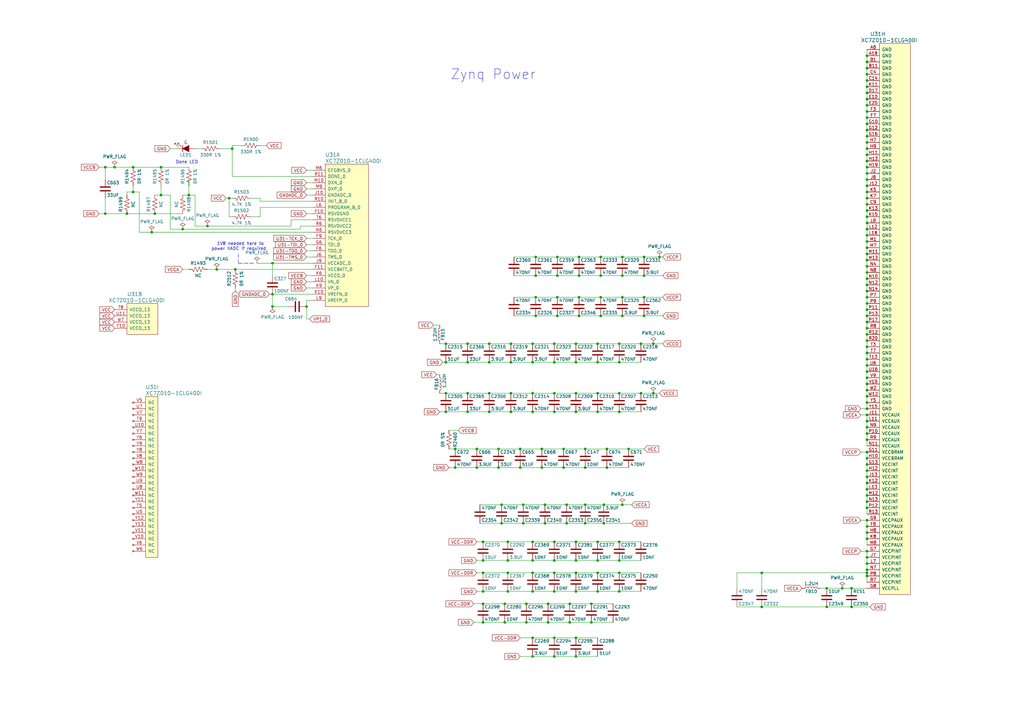
<source format=kicad_sch>
(kicad_sch (version 20230121) (generator eeschema)
  (paper "A3")
  (title_block (title "EBAZ4205 Schematic rebuild.") (date "2021-02-15") (rev "V004") (comment 1 "Some schematic symbols have been eeditted to clear DRC errors") (comment 2 "Extra PWR_FLAGS have been added to clear DRC errors") (comment 3 "Kicad does not allow refs like RxxxA some some devices have been renumbered"))
  (junction (at 355.6 187.96) (diameter 0.9144))
  (junction (at 255.27 129.54) (diameter 0.9144))
  (junction (at 54.61 68.58) (diameter 0.9144))
  (junction (at 355.6 127) (diameter 0.9144))
  (junction (at 245.11 148.59) (diameter 0.9144))
  (junction (at 218.44 242.57) (diameter 0.9144))
  (junction (at 355.6 43.18) (diameter 0.9144))
  (junction (at 219.71 121.92) (diameter 0.9144))
  (junction (at 208.28 222.25) (diameter 0.9144))
  (junction (at 195.58 191.77) (diameter 0.9144))
  (junction (at 209.55 140.97) (diameter 0.9144))
  (junction (at 208.28 229.87) (diameter 0.9144))
  (junction (at 355.6 83.82) (diameter 0.9144))
  (junction (at 355.6 50.8) (diameter 0.9144))
  (junction (at 355.6 142.24) (diameter 0.9144))
  (junction (at 355.6 114.3) (diameter 0.9144))
  (junction (at 355.6 53.34) (diameter 0.9144))
  (junction (at 54.61 78.74) (diameter 0.9144))
  (junction (at 111.76 107.95) (diameter 0.9144))
  (junction (at 248.92 191.77) (diameter 0.9144))
  (junction (at 355.6 68.58) (diameter 0.9144))
  (junction (at 264.16 105.41) (diameter 0.9144))
  (junction (at 264.16 121.92) (diameter 0.9144))
  (junction (at 355.6 119.38) (diameter 0.9144))
  (junction (at 227.33 140.97) (diameter 0.9144))
  (junction (at 198.12 255.27) (diameter 0.9144))
  (junction (at 355.6 226.06) (diameter 0.9144))
  (junction (at 254 229.87) (diameter 0.9144))
  (junction (at 236.22 269.24) (diameter 0.9144))
  (junction (at 355.6 55.88) (diameter 0.9144))
  (junction (at 74.93 93.98) (diameter 0.9144))
  (junction (at 355.6 33.02) (diameter 0.9144))
  (junction (at 182.88 148.59) (diameter 0.9144))
  (junction (at 182.88 140.97) (diameter 0.9144))
  (junction (at 355.6 180.34) (diameter 0.9144))
  (junction (at 198.12 222.25) (diameter 0.9144))
  (junction (at 223.52 214.63) (diameter 0.9144))
  (junction (at 355.6 160.02) (diameter 0.9144))
  (junction (at 236.22 148.59) (diameter 0.9144))
  (junction (at 231.14 191.77) (diameter 0.9144))
  (junction (at 245.11 242.57) (diameter 0.9144))
  (junction (at 267.97 161.29) (diameter 0.9144))
  (junction (at 355.6 48.26) (diameter 0.9144))
  (junction (at 355.6 66.04) (diameter 0.9144))
  (junction (at 355.6 157.48) (diameter 0.9144))
  (junction (at 66.04 80.01) (diameter 0.9144))
  (junction (at 355.6 129.54) (diameter 0.9144))
  (junction (at 218.44 161.29) (diameter 0.9144))
  (junction (at 237.49 113.03) (diameter 0.9144))
  (junction (at 355.6 116.84) (diameter 0.9144))
  (junction (at 219.71 129.54) (diameter 0.9144))
  (junction (at 236.22 161.29) (diameter 0.9144))
  (junction (at 205.74 207.01) (diameter 0.9144))
  (junction (at 66.04 68.58) (diameter 0.9144))
  (junction (at 245.11 229.87) (diameter 0.9144))
  (junction (at 222.25 184.15) (diameter 0.9144))
  (junction (at 355.6 111.76) (diameter 0.9144))
  (junction (at 355.6 30.48) (diameter 0.9144))
  (junction (at 111.76 125.73) (diameter 0.9144))
  (junction (at 209.55 168.91) (diameter 0.9144))
  (junction (at 355.6 45.72) (diameter 0.9144))
  (junction (at 240.03 207.01) (diameter 0.9144))
  (junction (at 237.49 105.41) (diameter 0.9144))
  (junction (at 246.38 105.41) (diameter 0.9144))
  (junction (at 213.36 191.77) (diameter 0.9144))
  (junction (at 246.38 129.54) (diameter 0.9144))
  (junction (at 355.6 35.56) (diameter 0.9144))
  (junction (at 355.6 175.26) (diameter 0.9144))
  (junction (at 186.69 191.77) (diameter 0.9144))
  (junction (at 236.22 168.91) (diameter 0.9144))
  (junction (at 255.27 113.03) (diameter 0.9144))
  (junction (at 245.11 140.97) (diameter 0.9144))
  (junction (at 200.66 161.29) (diameter 0.9144))
  (junction (at 200.66 168.91) (diameter 0.9144))
  (junction (at 254 161.29) (diameter 0.9144))
  (junction (at 215.9 247.65) (diameter 0.9144))
  (junction (at 207.01 255.27) (diameter 0.9144))
  (junction (at 198.12 234.95) (diameter 0.9144))
  (junction (at 88.9 110.49) (diameter 0.9144))
  (junction (at 355.6 177.8) (diameter 0.9144))
  (junction (at 236.22 261.62) (diameter 0.9144))
  (junction (at 355.6 144.78) (diameter 0.9144))
  (junction (at 205.74 214.63) (diameter 0.9144))
  (junction (at 240.03 214.63) (diameter 0.9144))
  (junction (at 46.99 68.58) (diameter 0.9144))
  (junction (at 262.89 161.29) (diameter 0.9144))
  (junction (at 254 242.57) (diameter 0.9144))
  (junction (at 355.6 96.52) (diameter 0.9144))
  (junction (at 236.22 242.57) (diameter 0.9144))
  (junction (at 355.6 73.66) (diameter 0.9144))
  (junction (at 355.6 25.4) (diameter 0.9144))
  (junction (at 355.6 172.72) (diameter 0.9144))
  (junction (at 218.44 222.25) (diameter 0.9144))
  (junction (at 355.6 149.86) (diameter 0.9144))
  (junction (at 312.42 234.95) (diameter 0.9144))
  (junction (at 355.6 38.1) (diameter 0.9144))
  (junction (at 224.79 255.27) (diameter 0.9144))
  (junction (at 245.11 161.29) (diameter 0.9144))
  (junction (at 355.6 147.32) (diameter 0.9144))
  (junction (at 198.12 242.57) (diameter 0.9144))
  (junction (at 355.6 139.7) (diameter 0.9144))
  (junction (at 237.49 129.54) (diameter 0.9144))
  (junction (at 264.16 129.54) (diameter 0.9144))
  (junction (at 198.12 247.65) (diameter 0.9144))
  (junction (at 218.44 140.97) (diameter 0.9144))
  (junction (at 213.36 184.15) (diameter 0.9144))
  (junction (at 236.22 222.25) (diameter 0.9144))
  (junction (at 43.18 68.58) (diameter 0.9144))
  (junction (at 191.77 140.97) (diameter 0.9144))
  (junction (at 355.6 91.44) (diameter 0.9144))
  (junction (at 355.6 40.64) (diameter 0.9144))
  (junction (at 191.77 168.91) (diameter 0.9144))
  (junction (at 236.22 140.97) (diameter 0.9144))
  (junction (at 312.42 248.92) (diameter 0.9144))
  (junction (at 355.6 167.64) (diameter 0.9144))
  (junction (at 227.33 234.95) (diameter 0.9144))
  (junction (at 223.52 207.01) (diameter 0.9144))
  (junction (at 355.6 215.9) (diameter 0.9144))
  (junction (at 77.47 80.01) (diameter 0.9144))
  (junction (at 270.51 105.41) (diameter 0.9144))
  (junction (at 191.77 148.59) (diameter 0.9144))
  (junction (at 209.55 148.59) (diameter 0.9144))
  (junction (at 218.44 168.91) (diameter 0.9144))
  (junction (at 355.6 198.12) (diameter 0.9144))
  (junction (at 215.9 255.27) (diameter 0.9144))
  (junction (at 233.68 247.65) (diameter 0.9144))
  (junction (at 355.6 137.16) (diameter 0.9144))
  (junction (at 264.16 113.03) (diameter 0.9144))
  (junction (at 355.6 109.22) (diameter 0.9144))
  (junction (at 242.57 247.65) (diameter 0.9144))
  (junction (at 254 222.25) (diameter 0.9144))
  (junction (at 339.09 248.92) (diameter 0.9144))
  (junction (at 255.27 207.01) (diameter 0.9144))
  (junction (at 355.6 78.74) (diameter 0.9144))
  (junction (at 209.55 161.29) (diameter 0.9144))
  (junction (at 355.6 27.94) (diameter 0.9144))
  (junction (at 198.12 229.87) (diameter 0.9144))
  (junction (at 247.65 214.63) (diameter 0.9144))
  (junction (at 236.22 234.95) (diameter 0.9144))
  (junction (at 355.6 170.18) (diameter 0.9144))
  (junction (at 262.89 140.97) (diameter 0.9144))
  (junction (at 355.6 165.1) (diameter 0.9144))
  (junction (at 222.25 191.77) (diameter 0.9144))
  (junction (at 245.11 234.95) (diameter 0.9144))
  (junction (at 355.6 99.06) (diameter 0.9144))
  (junction (at 355.6 60.96) (diameter 0.9144))
  (junction (at 218.44 234.95) (diameter 0.9144))
  (junction (at 233.68 255.27) (diameter 0.9144))
  (junction (at 355.6 88.9) (diameter 0.9144))
  (junction (at 227.33 222.25) (diameter 0.9144))
  (junction (at 200.66 148.59) (diameter 0.9144))
  (junction (at 245.11 168.91) (diameter 0.9144))
  (junction (at 254 148.59) (diameter 0.9144))
  (junction (at 207.01 247.65) (diameter 0.9144))
  (junction (at 355.6 93.98) (diameter 0.9144))
  (junction (at 63.5 87.63) (diameter 0.9144))
  (junction (at 227.33 261.62) (diameter 0.9144))
  (junction (at 355.6 121.92) (diameter 0.9144))
  (junction (at 218.44 261.62) (diameter 0.9144))
  (junction (at 208.28 234.95) (diameter 0.9144))
  (junction (at 355.6 193.04) (diameter 0.9144))
  (junction (at 200.66 140.97) (diameter 0.9144))
  (junction (at 227.33 242.57) (diameter 0.9144))
  (junction (at 355.6 162.56) (diameter 0.9144))
  (junction (at 93.98 81.28) (diameter 0.9144))
  (junction (at 247.65 207.01) (diameter 0.9144))
  (junction (at 255.27 121.92) (diameter 0.9144))
  (junction (at 232.41 214.63) (diameter 0.9144))
  (junction (at 255.27 105.41) (diameter 0.9144))
  (junction (at 355.6 203.2) (diameter 0.9144))
  (junction (at 228.6 129.54) (diameter 0.9144))
  (junction (at 111.76 120.65) (diameter 0.9144))
  (junction (at 355.6 231.14) (diameter 0.9144))
  (junction (at 204.47 184.15) (diameter 0.9144))
  (junction (at 242.57 255.27) (diameter 0.9144))
  (junction (at 218.44 229.87) (diameter 0.9144))
  (junction (at 349.25 248.92) (diameter 0.9144))
  (junction (at 355.6 234.95) (diameter 0.9144))
  (junction (at 186.69 184.15) (diameter 0.9144))
  (junction (at 228.6 121.92) (diameter 0.9144))
  (junction (at 85.09 92.71) (diameter 0.9144))
  (junction (at 355.6 208.28) (diameter 0.9144))
  (junction (at 43.18 87.63) (diameter 0.9144))
  (junction (at 355.6 22.86) (diameter 0.9144))
  (junction (at 254 234.95) (diameter 0.9144))
  (junction (at 267.97 140.97) (diameter 0.9144))
  (junction (at 355.6 190.5) (diameter 0.9144))
  (junction (at 355.6 124.46) (diameter 0.9144))
  (junction (at 355.6 63.5) (diameter 0.9144))
  (junction (at 240.03 184.15) (diameter 0.9144))
  (junction (at 355.6 101.6) (diameter 0.9144))
  (junction (at 52.07 87.63) (diameter 0.9144))
  (junction (at 246.38 113.03) (diameter 0.9144))
  (junction (at 246.38 121.92) (diameter 0.9144))
  (junction (at 355.6 86.36) (diameter 0.9144))
  (junction (at 254 140.97) (diameter 0.9144))
  (junction (at 232.41 207.01) (diameter 0.9144))
  (junction (at 355.6 185.42) (diameter 0.9144))
  (junction (at 355.6 233.68) (diameter 0.9144))
  (junction (at 355.6 218.44) (diameter 0.9144))
  (junction (at 257.81 184.15) (diameter 0.9144))
  (junction (at 125.73 125.73) (diameter 0.9144))
  (junction (at 219.71 105.41) (diameter 0.9144))
  (junction (at 62.23 95.25) (diameter 0.9144))
  (junction (at 355.6 152.4) (diameter 0.9144))
  (junction (at 254 168.91) (diameter 0.9144))
  (junction (at 182.88 161.29) (diameter 0.9144))
  (junction (at 355.6 220.98) (diameter 0.9144))
  (junction (at 245.11 222.25) (diameter 0.9144))
  (junction (at 355.6 104.14) (diameter 0.9144))
  (junction (at 224.79 247.65) (diameter 0.9144))
  (junction (at 355.6 205.74) (diameter 0.9144))
  (junction (at 191.77 161.29) (diameter 0.9144))
  (junction (at 248.92 184.15) (diameter 0.9144))
  (junction (at 355.6 200.66) (diameter 0.9144))
  (junction (at 218.44 269.24) (diameter 0.9144))
  (junction (at 228.6 113.03) (diameter 0.9144))
  (junction (at 355.6 132.08) (diameter 0.9144))
  (junction (at 345.44 241.3) (diameter 0.9144))
  (junction (at 182.88 168.91) (diameter 0.9144))
  (junction (at 236.22 229.87) (diameter 0.9144))
  (junction (at 96.52 110.49) (diameter 0.9144))
  (junction (at 355.6 213.36) (diameter 0.9144))
  (junction (at 214.63 214.63) (diameter 0.9144))
  (junction (at 227.33 161.29) (diameter 0.9144))
  (junction (at 228.6 105.41) (diameter 0.9144))
  (junction (at 227.33 168.91) (diameter 0.9144))
  (junction (at 355.6 154.94) (diameter 0.9144))
  (junction (at 355.6 76.2) (diameter 0.9144))
  (junction (at 355.6 106.68) (diameter 0.9144))
  (junction (at 208.28 242.57) (diameter 0.9144))
  (junction (at 204.47 191.77) (diameter 0.9144))
  (junction (at 355.6 236.22) (diameter 0.9144))
  (junction (at 195.58 184.15) (diameter 0.9144))
  (junction (at 218.44 148.59) (diameter 0.9144))
  (junction (at 214.63 207.01) (diameter 0.9144))
  (junction (at 227.33 229.87) (diameter 0.9144))
  (junction (at 237.49 121.92) (diameter 0.9144))
  (junction (at 339.09 241.3) (diameter 0.9144))
  (junction (at 355.6 195.58) (diameter 0.9144))
  (junction (at 349.25 241.3) (diameter 0.9144))
  (junction (at 355.6 71.12) (diameter 0.9144))
  (junction (at 95.25 60.96) (diameter 0.9144))
  (junction (at 240.03 191.77) (diameter 0.9144))
  (junction (at 355.6 81.28) (diameter 0.9144))
  (junction (at 227.33 269.24) (diameter 0.9144))
  (junction (at 355.6 58.42) (diameter 0.9144))
  (junction (at 227.33 148.59) (diameter 0.9144))
  (junction (at 355.6 134.62) (diameter 0.9144))
  (junction (at 355.6 228.6) (diameter 0.9144))
  (junction (at 219.71 113.03) (diameter 0.9144))
  (junction (at 231.14 184.15) (diameter 0.9144))
  (wire (pts (xy 184.15 191.77) (xy 186.69 191.77)))
  (wire (pts (xy 254 140.97) (xy 245.11 140.97)))
  (wire (pts (xy 95.25 59.69) (xy 95.25 60.96)))
  (wire (pts (xy 181.61 148.59) (xy 182.88 148.59)))
  (wire (pts (xy 355.6 177.8) (xy 355.6 180.34)))
  (wire (pts (xy 237.49 105.41) (xy 228.6 105.41)))
  (wire (pts (xy 246.38 129.54) (xy 237.49 129.54)))
  (wire (pts (xy 222.25 191.77) (xy 213.36 191.77)))
  (wire (pts (xy 355.6 50.8) (xy 355.6 53.34)))
  (wire (pts (xy 247.65 207.01) (xy 255.27 207.01)))
  (wire (pts (xy 355.6 48.26) (xy 355.6 45.72)))
  (wire (pts (xy 355.6 236.22) (xy 355.6 238.76)))
  (wire (pts (xy 80.01 60.96) (xy 82.55 60.96)))
  (wire (pts (xy 246.38 113.03) (xy 237.49 113.03)))
  (wire (pts (xy 92.71 81.28) (xy 93.98 81.28)))
  (wire (pts (xy 95.25 72.39) (xy 128.27 72.39)))
  (wire (pts (xy 227.33 242.57) (xy 218.44 242.57)))
  (wire (pts (xy 213.36 269.24) (xy 218.44 269.24)))
  (wire (pts (xy 233.68 247.65) (xy 224.79 247.65)))
  (wire (pts (xy 228.6 129.54) (xy 219.71 129.54)))
  (wire (pts (xy 224.79 255.27) (xy 215.9 255.27)))
  (wire (pts (xy 228.6 129.54) (xy 237.49 129.54)))
  (wire (pts (xy 93.98 81.28) (xy 95.25 81.28)))
  (wire (pts (xy 95.25 59.69) (xy 99.06 59.69)))
  (wire (pts (xy 233.68 255.27) (xy 224.79 255.27)))
  (wire (pts (xy 210.82 113.03) (xy 219.71 113.03)))
  (wire (pts (xy 355.6 187.96) (xy 355.6 185.42)))
  (wire (pts (xy 63.5 80.01) (xy 66.04 80.01)))
  (wire (pts (xy 125.73 102.87) (xy 128.27 102.87)))
  (wire (pts (xy 127 130.81) (xy 125.73 130.81)))
  (wire (pts (xy 355.6 160.02) (xy 355.6 162.56)))
  (wire (pts (xy 90.17 60.96) (xy 95.25 60.96)))
  (wire (pts (xy 102.87 81.28) (xy 106.68 81.28)))
  (wire (pts (xy 123.19 92.71) (xy 128.27 92.71)))
  (wire (pts (xy 209.55 148.59) (xy 200.66 148.59)))
  (wire (pts (xy 125.73 69.85) (xy 128.27 69.85)))
  (wire (pts (xy 111.76 125.73) (xy 118.11 125.73)))
  (wire (pts (xy 355.6 187.96) (xy 355.6 190.5)))
  (wire (pts (xy 198.12 255.27) (xy 207.01 255.27)))
  (wire (pts (xy 96.52 110.49) (xy 88.9 110.49)))
  (wire (pts (xy 355.6 40.64) (xy 355.6 43.18)))
  (wire (pts (xy 355.6 157.48) (xy 355.6 160.02)))
  (wire (pts (xy 355.6 152.4) (xy 355.6 154.94)))
  (wire (pts (xy 228.6 105.41) (xy 219.71 105.41)))
  (wire (pts (xy 355.6 215.9) (xy 355.6 213.36)))
  (wire (pts (xy 254 242.57) (xy 245.11 242.57)))
  (wire (pts (xy 227.33 234.95) (xy 218.44 234.95)))
  (wire (pts (xy 180.34 140.97) (xy 182.88 140.97)))
  (wire (pts (xy 123.19 93.98) (xy 74.93 93.98)))
  (wire (pts (xy 355.6 73.66) (xy 355.6 76.2)))
  (wire (pts (xy 57.15 95.25) (xy 62.23 95.25)))
  (wire (pts (xy 355.6 165.1) (xy 355.6 167.64)))
  (wire (pts (xy 245.11 229.87) (xy 236.22 229.87)))
  (wire (pts (xy 255.27 121.92) (xy 246.38 121.92)))
  (wire (pts (xy 353.06 167.64) (xy 355.6 167.64)))
  (wire (pts (xy 355.6 53.34) (xy 355.6 55.88)))
  (wire (pts (xy 215.9 247.65) (xy 207.01 247.65)))
  (wire (pts (xy 196.85 214.63) (xy 205.74 214.63)))
  (wire (pts (xy 77.47 80.01) (xy 77.47 73.66)))
  (wire (pts (xy 355.6 116.84) (xy 355.6 119.38)))
  (wire (pts (xy 355.6 172.72) (xy 355.6 170.18)))
  (wire (pts (xy 69.85 93.98) (xy 69.85 80.01)))
  (wire (pts (xy 262.89 161.29) (xy 254 161.29)))
  (wire (pts (xy 237.49 113.03) (xy 228.6 113.03)))
  (wire (pts (xy 355.6 121.92) (xy 355.6 124.46)))
  (wire (pts (xy 125.73 80.01) (xy 128.27 80.01)))
  (wire (pts (xy 195.58 184.15) (xy 204.47 184.15)))
  (wire (pts (xy 355.6 78.74) (xy 355.6 81.28)))
  (wire (pts (xy 355.6 208.28) (xy 355.6 210.82)))
  (wire (pts (xy 245.11 234.95) (xy 236.22 234.95)))
  (wire (pts (xy 218.44 229.87) (xy 208.28 229.87)))
  (wire (pts (xy 254 168.91) (xy 262.89 168.91)))
  (wire (pts (xy 205.74 214.63) (xy 214.63 214.63)))
  (wire (pts (xy 245.11 222.25) (xy 236.22 222.25)))
  (wire (pts (xy 214.63 207.01) (xy 205.74 207.01)))
  (wire (pts (xy 248.92 184.15) (xy 240.03 184.15)))
  (wire (pts (xy 200.66 140.97) (xy 191.77 140.97)))
  (wire (pts (xy 227.33 161.29) (xy 218.44 161.29)))
  (wire (pts (xy 255.27 105.41) (xy 246.38 105.41)))
  (wire (pts (xy 264.16 121.92) (xy 255.27 121.92)))
  (wire (pts (xy 355.6 132.08) (xy 355.6 134.62)))
  (wire (pts (xy 106.68 85.09) (xy 128.27 85.09)))
  (wire (pts (xy 355.6 127) (xy 355.6 129.54)))
  (wire (pts (xy 110.49 120.65) (xy 111.76 120.65)))
  (wire (pts (xy 231.14 184.15) (xy 222.25 184.15)))
  (wire (pts (xy 254 234.95) (xy 245.11 234.95)))
  (wire (pts (xy 257.81 184.15) (xy 264.16 184.15)))
  (wire (pts (xy 236.22 261.62) (xy 227.33 261.62)))
  (wire (pts (xy 246.38 105.41) (xy 237.49 105.41)))
  (wire (pts (xy 355.6 106.68) (xy 355.6 109.22)))
  (wire (pts (xy 106.68 59.69) (xy 109.22 59.69)))
  (wire (pts (xy 339.09 248.92) (xy 349.25 248.92)))
  (wire (pts (xy 228.6 121.92) (xy 219.71 121.92)))
  (wire (pts (xy 227.33 168.91) (xy 236.22 168.91)))
  (wire (pts (xy 355.6 124.46) (xy 355.6 127)))
  (wire (pts (xy 180.34 161.29) (xy 182.88 161.29)))
  (wire (pts (xy 204.47 191.77) (xy 213.36 191.77)))
  (wire (pts (xy 247.65 207.01) (xy 240.03 207.01)))
  (wire (pts (xy 222.25 184.15) (xy 213.36 184.15)))
  (wire (pts (xy 254 222.25) (xy 262.89 222.25)))
  (wire (pts (xy 93.98 81.28) (xy 93.98 88.9)))
  (wire (pts (xy 227.33 168.91) (xy 218.44 168.91)))
  (wire (pts (xy 355.6 203.2) (xy 355.6 205.74)))
  (wire (pts (xy 264.16 113.03) (xy 255.27 113.03)))
  (wire (pts (xy 232.41 207.01) (xy 223.52 207.01)))
  (wire (pts (xy 267.97 161.29) (xy 270.51 161.29)))
  (wire (pts (xy 63.5 87.63) (xy 52.07 87.63)))
  (wire (pts (xy 209.55 168.91) (xy 200.66 168.91)))
  (wire (pts (xy 242.57 255.27) (xy 233.68 255.27)))
  (wire (pts (xy 227.33 261.62) (xy 218.44 261.62)))
  (wire (pts (xy 227.33 148.59) (xy 236.22 148.59)))
  (wire (pts (xy 355.6 198.12) (xy 355.6 200.66)))
  (wire (pts (xy 77.47 80.01) (xy 74.96 80.01)))
  (wire (pts (xy 355.6 218.44) (xy 355.6 220.98)))
  (wire (pts (xy 231.14 191.77) (xy 222.25 191.77)))
  (wire (pts (xy 74.93 93.98) (xy 69.85 93.98)))
  (wire (pts (xy 355.6 101.6) (xy 355.6 104.14)))
  (wire (pts (xy 52.07 78.74) (xy 52.07 80.01)))
  (wire (pts (xy 194.31 247.65) (xy 198.12 247.65)))
  (wire (pts (xy 248.92 184.15) (xy 257.81 184.15)))
  (wire (pts (xy 182.88 168.91) (xy 191.77 168.91)))
  (wire (pts (xy 54.61 68.58) (xy 66.04 68.58)))
  (wire (pts (xy 254 148.59) (xy 262.89 148.59)))
  (wire (pts (xy 208.28 242.57) (xy 198.12 242.57)))
  (wire (pts (xy 355.6 35.56) (xy 355.6 38.1)))
  (wire (pts (xy 355.6 134.62) (xy 355.6 137.16)))
  (wire (pts (xy 242.57 247.65) (xy 233.68 247.65)))
  (wire (pts (xy 218.44 161.29) (xy 209.55 161.29)))
  (wire (pts (xy 236.22 229.87) (xy 227.33 229.87)))
  (wire (pts (xy 355.6 104.14) (xy 355.6 106.68)))
  (wire (pts (xy 191.77 140.97) (xy 182.88 140.97)))
  (wire (pts (xy 355.6 234.95) (xy 355.6 236.22)))
  (wire (pts (xy 80.01 80.01) (xy 77.47 80.01)))
  (wire (pts (xy 236.22 242.57) (xy 245.11 242.57)))
  (wire (pts (xy 218.44 269.24) (xy 227.33 269.24)))
  (wire (pts (xy 200.66 148.59) (xy 191.77 148.59)))
  (wire (pts (xy 223.52 214.63) (xy 232.41 214.63)))
  (wire (pts (xy 248.92 191.77) (xy 240.03 191.77)))
  (wire (pts (xy 236.22 261.62) (xy 245.11 261.62)))
  (wire (pts (xy 123.19 92.71) (xy 123.19 93.98)))
  (wire (pts (xy 302.26 234.95) (xy 312.42 234.95)))
  (wire (pts (xy 355.6 190.5) (xy 355.6 193.04)))
  (wire (pts (xy 218.44 222.25) (xy 208.28 222.25)))
  (wire (pts (xy 69.85 60.96) (xy 72.39 60.96)))
  (wire (pts (xy 125.73 125.73) (xy 125.73 130.81)))
  (wire (pts (xy 237.49 121.92) (xy 228.6 121.92)))
  (wire (pts (xy 195.58 191.77) (xy 204.47 191.77)))
  (wire (pts (xy 63.5 87.63) (xy 74.96 87.63)))
  (wire (pts (xy 182.88 148.59) (xy 191.77 148.59)))
  (wire (pts (xy 248.92 191.77) (xy 257.81 191.77)))
  (wire (pts (xy 254 229.87) (xy 262.89 229.87)))
  (wire (pts (xy 195.58 234.95) (xy 198.12 234.95)))
  (wire (pts (xy 336.55 241.3) (xy 339.09 241.3)))
  (wire (pts (xy 355.6 205.74) (xy 355.6 208.28)))
  (wire (pts (xy 355.6 154.94) (xy 355.6 157.48)))
  (wire (pts (xy 355.6 93.98) (xy 355.6 96.52)))
  (wire (pts (xy 355.6 172.72) (xy 355.6 175.26)))
  (wire (pts (xy 215.9 255.27) (xy 207.01 255.27)))
  (wire (pts (xy 355.6 233.68) (xy 355.6 234.95)))
  (wire (pts (xy 125.73 113.03) (xy 128.27 113.03)))
  (wire (pts (xy 191.77 161.29) (xy 182.88 161.29)))
  (wire (pts (xy 355.6 215.9) (xy 355.6 218.44)))
  (wire (pts (xy 355.6 220.98) (xy 355.6 223.52)))
  (wire (pts (xy 223.52 207.01) (xy 214.63 207.01)))
  (wire (pts (xy 106.68 85.09) (xy 106.68 88.9)))
  (wire (pts (xy 119.38 92.71) (xy 85.09 92.71)))
  (wire (pts (xy 218.44 168.91) (xy 209.55 168.91)))
  (wire (pts (xy 96.52 110.49) (xy 128.27 110.49)))
  (wire (pts (xy 40.64 87.63) (xy 43.18 87.63)))
  (wire (pts (xy 355.6 129.54) (xy 355.6 132.08)))
  (wire (pts (xy 355.6 144.78) (xy 355.6 147.32)))
  (wire (pts (xy 227.33 222.25) (xy 218.44 222.25)))
  (wire (pts (xy 125.73 77.47) (xy 128.27 77.47)))
  (wire (pts (xy 195.58 242.57) (xy 198.12 242.57)))
  (wire (pts (xy 236.22 168.91) (xy 245.11 168.91)))
  (wire (pts (xy 227.33 140.97) (xy 236.22 140.97)))
  (wire (pts (xy 242.57 255.27) (xy 251.46 255.27)))
  (wire (pts (xy 125.73 123.19) (xy 128.27 123.19)))
  (wire (pts (xy 353.06 170.18) (xy 355.6 170.18)))
  (wire (pts (xy 339.09 248.92) (xy 312.42 248.92)))
  (wire (pts (xy 242.57 247.65) (xy 251.46 247.65)))
  (wire (pts (xy 245.11 168.91) (xy 254 168.91)))
  (wire (pts (xy 210.82 121.92) (xy 219.71 121.92)))
  (polyline (pts (xy 97.79 104.14) (xy 97.79 107.95)) (stroke (width 0) (type dash)))
  (polyline (pts (xy 97.79 107.95) (xy 104.14 107.95)) (stroke (width 0) (type dash)))
  (wire (pts (xy 254 234.95) (xy 262.89 234.95)))
  (wire (pts (xy 355.6 48.26) (xy 355.6 50.8)))
  (wire (pts (xy 125.73 100.33) (xy 128.27 100.33)))
  (wire (pts (xy 247.65 214.63) (xy 240.03 214.63)))
  (wire (pts (xy 95.25 60.96) (xy 95.25 72.39)))
  (wire (pts (xy 218.44 229.87) (xy 227.33 229.87)))
  (wire (pts (xy 353.06 226.06) (xy 355.6 226.06)))
  (wire (pts (xy 355.6 162.56) (xy 355.6 165.1)))
  (wire (pts (xy 247.65 214.63) (xy 259.08 214.63)))
  (wire (pts (xy 355.6 68.58) (xy 355.6 66.04)))
  (wire (pts (xy 66.04 76.2) (xy 66.04 80.01)))
  (wire (pts (xy 74.93 110.49) (xy 77.47 110.49)))
  (wire (pts (xy 43.18 81.28) (xy 43.18 87.63)))
  (wire (pts (xy 184.15 184.15) (xy 186.69 184.15)))
  (wire (pts (xy 231.14 184.15) (xy 240.03 184.15)))
  (wire (pts (xy 355.6 119.38) (xy 355.6 121.92)))
  (wire (pts (xy 106.68 82.55) (xy 106.68 81.28)))
  (wire (pts (xy 312.42 234.95) (xy 355.6 234.95)))
  (wire (pts (xy 355.6 73.66) (xy 355.6 71.12)))
  (wire (pts (xy 85.09 92.71) (xy 80.01 92.71)))
  (wire (pts (xy 54.61 76.2) (xy 54.61 78.74)))
  (wire (pts (xy 355.6 228.6) (xy 355.6 231.14)))
  (wire (pts (xy 254 222.25) (xy 245.11 222.25)))
  (wire (pts (xy 355.6 147.32) (xy 355.6 149.86)))
  (wire (pts (xy 125.73 87.63) (xy 128.27 87.63)))
  (wire (pts (xy 264.16 105.41) (xy 270.51 105.41)))
  (wire (pts (xy 204.47 184.15) (xy 213.36 184.15)))
  (wire (pts (xy 355.6 99.06) (xy 355.6 101.6)))
  (wire (pts (xy 254 148.59) (xy 245.11 148.59)))
  (wire (pts (xy 54.61 78.74) (xy 57.15 78.74)))
  (wire (pts (xy 200.66 140.97) (xy 209.55 140.97)))
  (wire (pts (xy 264.16 121.92) (xy 271.78 121.92)))
  (wire (pts (xy 125.73 105.41) (xy 128.27 105.41)))
  (wire (pts (xy 264.16 113.03) (xy 271.78 113.03)))
  (wire (pts (xy 349.25 241.3) (xy 355.6 241.3)))
  (wire (pts (xy 355.6 20.32) (xy 355.6 22.86)))
  (wire (pts (xy 93.98 88.9) (xy 95.25 88.9)))
  (wire (pts (xy 195.58 222.25) (xy 198.12 222.25)))
  (wire (pts (xy 245.11 161.29) (xy 236.22 161.29)))
  (wire (pts (xy 355.6 137.16) (xy 355.6 139.7)))
  (wire (pts (xy 355.6 66.04) (xy 355.6 63.5)))
  (wire (pts (xy 355.6 55.88) (xy 355.6 58.42)))
  (wire (pts (xy 223.52 214.63) (xy 214.63 214.63)))
  (wire (pts (xy 355.6 111.76) (xy 355.6 114.3)))
  (wire (pts (xy 254 242.57) (xy 262.89 242.57)))
  (wire (pts (xy 77.47 73.66) (xy 77.5 76.2)))
  (wire (pts (xy 355.6 195.58) (xy 355.6 198.12)))
  (wire (pts (xy 125.73 97.79) (xy 128.27 97.79)))
  (wire (pts (xy 355.6 88.9) (xy 355.6 91.44)))
  (wire (pts (xy 207.01 247.65) (xy 198.12 247.65)))
  (wire (pts (xy 106.68 82.55) (xy 128.27 82.55)))
  (wire (pts (xy 236.22 140.97) (xy 245.11 140.97)))
  (wire (pts (xy 196.85 207.01) (xy 205.74 207.01)))
  (wire (pts (xy 240.03 207.01) (xy 232.41 207.01)))
  (wire (pts (xy 227.33 269.24) (xy 236.22 269.24)))
  (wire (pts (xy 218.44 140.97) (xy 209.55 140.97)))
  (wire (pts (xy 227.33 140.97) (xy 218.44 140.97)))
  (wire (pts (xy 236.22 234.95) (xy 227.33 234.95)))
  (wire (pts (xy 353.06 185.42) (xy 355.6 185.42)))
  (wire (pts (xy 355.6 139.7) (xy 355.6 142.24)))
  (wire (pts (xy 355.6 114.3) (xy 355.6 116.84)))
  (wire (pts (xy 125.73 115.57) (xy 128.27 115.57)))
  (wire (pts (xy 349.25 248.92) (xy 356.87 248.92)))
  (wire (pts (xy 125.73 74.93) (xy 128.27 74.93)))
  (wire (pts (xy 228.6 113.03) (xy 219.71 113.03)))
  (wire (pts (xy 191.77 168.91) (xy 200.66 168.91)))
  (wire (pts (xy 240.03 191.77) (xy 231.14 191.77)))
  (wire (pts (xy 245.11 229.87) (xy 254 229.87)))
  (wire (pts (xy 355.6 193.04) (xy 355.6 195.58)))
  (wire (pts (xy 213.36 261.62) (xy 218.44 261.62)))
  (wire (pts (xy 353.06 213.36) (xy 355.6 213.36)))
  (wire (pts (xy 187.96 176.53) (xy 184.15 176.53)))
  (wire (pts (xy 210.82 105.41) (xy 219.71 105.41)))
  (wire (pts (xy 180.34 168.91) (xy 182.88 168.91)))
  (wire (pts (xy 208.28 229.87) (xy 198.12 229.87)))
  (wire (pts (xy 224.79 247.65) (xy 215.9 247.65)))
  (wire (pts (xy 43.18 68.58) (xy 43.18 73.66)))
  (wire (pts (xy 355.6 86.36) (xy 355.6 88.9)))
  (wire (pts (xy 355.6 76.2) (xy 355.6 78.74)))
  (wire (pts (xy 355.6 96.52) (xy 355.6 99.06)))
  (wire (pts (xy 355.6 231.14) (xy 355.6 233.68)))
  (wire (pts (xy 194.31 255.27) (xy 198.12 255.27)))
  (wire (pts (xy 355.6 228.6) (xy 355.6 226.06)))
  (wire (pts (xy 355.6 43.18) (xy 355.6 45.72)))
  (wire (pts (xy 210.82 129.54) (xy 219.71 129.54)))
  (wire (pts (xy 236.22 161.29) (xy 227.33 161.29)))
  (wire (pts (xy 111.76 113.03) (xy 111.76 107.95)))
  (wire (pts (xy 208.28 222.25) (xy 198.12 222.25)))
  (wire (pts (xy 262.89 140.97) (xy 254 140.97)))
  (wire (pts (xy 40.64 68.58) (xy 43.18 68.58)))
  (wire (pts (xy 96.52 118.11) (xy 96.52 119.38)))
  (wire (pts (xy 208.28 242.57) (xy 218.44 242.57)))
  (wire (pts (xy 355.6 27.94) (xy 355.6 25.4)))
  (wire (pts (xy 43.18 87.63) (xy 52.07 87.63)))
  (wire (pts (xy 355.6 81.28) (xy 355.6 83.82)))
  (wire (pts (xy 177.8 133.35) (xy 180.34 133.35)))
  (wire (pts (xy 355.6 25.4) (xy 355.6 22.86)))
  (wire (pts (xy 255.27 207.01) (xy 259.08 207.01)))
  (wire (pts (xy 302.26 241.3) (xy 302.26 234.95)))
  (wire (pts (xy 186.69 184.15) (xy 195.58 184.15)))
  (wire (pts (xy 236.22 269.24) (xy 245.11 269.24)))
  (wire (pts (xy 270.51 105.41) (xy 271.78 105.41)))
  (wire (pts (xy 355.6 83.82) (xy 355.6 86.36)))
  (wire (pts (xy 125.73 123.19) (xy 125.73 125.73)))
  (wire (pts (xy 195.58 191.77) (xy 186.69 191.77)))
  (wire (pts (xy 200.66 161.29) (xy 191.77 161.29)))
  (wire (pts (xy 218.44 148.59) (xy 209.55 148.59)))
  (wire (pts (xy 105.41 107.95) (xy 111.76 107.95)))
  (wire (pts (xy 302.26 248.92) (xy 312.42 248.92)))
  (wire (pts (xy 111.76 125.73) (xy 111.76 120.65)))
  (wire (pts (xy 262.89 140.97) (xy 267.97 140.97)))
  (wire (pts (xy 355.6 68.58) (xy 355.6 71.12)))
  (wire (pts (xy 236.22 148.59) (xy 245.11 148.59)))
  (wire (pts (xy 179.07 153.67) (xy 180.34 153.67)))
  (wire (pts (xy 119.38 90.17) (xy 128.27 90.17)))
  (wire (pts (xy 43.18 68.58) (xy 46.99 68.58)))
  (wire (pts (xy 52.07 78.74) (xy 54.61 78.74)))
  (wire (pts (xy 119.38 90.17) (xy 119.38 92.71)))
  (wire (pts (xy 218.44 234.95) (xy 208.28 234.95)))
  (wire (pts (xy 353.06 213.98) (xy 353.06 213.36)))
  (wire (pts (xy 355.6 200.66) (xy 355.6 203.2)))
  (wire (pts (xy 264.16 129.54) (xy 271.78 129.54)))
  (wire (pts (xy 345.44 241.3) (xy 339.09 241.3)))
  (wire (pts (xy 355.6 60.96) (xy 355.6 58.42)))
  (wire (pts (xy 355.6 109.22) (xy 355.6 111.76)))
  (wire (pts (xy 355.6 175.26) (xy 355.6 177.8)))
  (wire (pts (xy 195.58 229.87) (xy 198.12 229.87)))
  (wire (pts (xy 345.44 241.3) (xy 349.25 241.3)))
  (wire (pts (xy 245.11 161.29) (xy 254 161.29)))
  (wire (pts (xy 111.76 120.65) (xy 128.27 120.65)))
  (wire (pts (xy 66.04 68.58) (xy 77.5 68.58)))
  (wire (pts (xy 227.33 242.57) (xy 236.22 242.57)))
  (wire (pts (xy 255.27 129.54) (xy 264.16 129.54)))
  (wire (pts (xy 355.6 149.86) (xy 355.6 152.4)))
  (wire (pts (xy 246.38 113.03) (xy 255.27 113.03)))
  (wire (pts (xy 57.15 95.25) (xy 57.15 78.74)))
  (wire (pts (xy 267.97 140.97) (xy 271.78 140.97)))
  (wire (pts (xy 355.6 93.98) (xy 355.6 91.44)))
  (wire (pts (xy 355.6 180.34) (xy 355.6 182.88)))
  (wire (pts (xy 208.28 234.95) (xy 198.12 234.95)))
  (wire (pts (xy 255.27 105.41) (xy 264.16 105.41)))
  (wire (pts (xy 80.01 92.71) (xy 80.01 80.01)))
  (wire (pts (xy 209.55 161.29) (xy 200.66 161.29)))
  (wire (pts (xy 240.03 214.63) (xy 232.41 214.63)))
  (wire (pts (xy 355.6 142.24) (xy 355.6 144.78)))
  (wire (pts (xy 227.33 148.59) (xy 218.44 148.59)))
  (wire (pts (xy 88.9 110.49) (xy 85.09 110.49)))
  (wire (pts (xy 111.76 107.95) (xy 128.27 107.95)))
  (wire (pts (xy 102.87 88.9) (xy 106.68 88.9)))
  (wire (pts (xy 246.38 121.92) (xy 237.49 121.92)))
  (wire (pts (xy 46.99 68.58) (xy 54.61 68.58)))
  (wire (pts (xy 125.73 118.11) (xy 128.27 118.11)))
  (wire (pts (xy 312.42 241.3) (xy 312.42 234.95)))
  (wire (pts (xy 355.6 30.48) (xy 355.6 27.94)))
  (wire (pts (xy 355.6 38.1) (xy 355.6 40.64)))
  (wire (pts (xy 236.22 222.25) (xy 227.33 222.25)))
  (wire (pts (xy 66.04 80.01) (xy 69.85 80.01)))
  (wire (pts (xy 355.6 33.02) (xy 355.6 30.48)))
  (wire (pts (xy 255.27 129.54) (xy 246.38 129.54)))
  (wire (pts (xy 355.6 33.02) (xy 355.6 35.56)))
  (wire (pts (xy 355.6 60.96) (xy 355.6 63.5)))
  (wire (pts (xy 62.23 95.25) (xy 128.27 95.25)))
  (wire (pts (xy 262.89 161.29) (xy 267.97 161.29)))
  (text "Zynq Power" (at 184.785 33.005 0) (effects (font (size 4 4)) (justify left bottom)))
  (text "1V8 needed here to \npower XADC if required" (at 109.22 102.87 0) (effects (font (size 1.27 1.27)) (justify right bottom)))
  (text "Done LED" (at 81.28 67.31 0) (effects (font (size 1.27 1.27)) (justify right bottom)))
  (global_label "VCCB" (shape input) (at 187.96 176.53 0) (property "Intersheetrefs" "${INTERSHEET_REFS}" (effects hide)))
  (global_label "VCCA" (shape input) (at 259.08 207.01 0) (property "Intersheetrefs" "${INTERSHEET_REFS}" (effects hide)))
  (global_label "VCC" (shape input) (at 177.8 133.35 180) (property "Intersheetrefs" "${INTERSHEET_REFS}" (effects hide)))
  (global_label "GND" (shape input) (at 125.73 74.93 180) (property "Intersheetrefs" "${INTERSHEET_REFS}" (effects hide)))
  (global_label "VCCA" (shape input) (at 353.06 213.36 180) (property "Intersheetrefs" "${INTERSHEET_REFS}" (effects hide)))
  (global_label "U31-TDI_0" (shape input) (at 125.73 100.33 180) (property "Intersheetrefs" "${INTERSHEET_REFS}" (effects hide)))
  (global_label "VCCP" (shape input) (at 353.06 226.06 180) (property "Intersheetrefs" "${INTERSHEET_REFS}" (effects hide)))
  (global_label "VCCE" (shape input) (at 270.51 161.29 0) (property "Intersheetrefs" "${INTERSHEET_REFS}" (effects hide)))
  (global_label "VCC" (shape input) (at 125.73 69.85 180) (property "Intersheetrefs" "${INTERSHEET_REFS}" (effects hide)))
  (global_label "GND" (shape input) (at 195.58 242.57 180) (property "Intersheetrefs" "${INTERSHEET_REFS}" (effects hide)))
  (global_label "VCCP" (shape input) (at 271.78 121.92 0) (property "Intersheetrefs" "${INTERSHEET_REFS}" (effects hide)))
  (global_label "VCCP" (shape input) (at 271.78 105.41 0) (property "Intersheetrefs" "${INTERSHEET_REFS}" (effects hide)))
  (global_label "VCC" (shape input) (at 109.22 59.69 0) (property "Intersheetrefs" "${INTERSHEET_REFS}" (effects hide)))
  (global_label "GND" (shape input) (at 125.73 77.47 180) (property "Intersheetrefs" "${INTERSHEET_REFS}" (effects hide)))
  (global_label "GND" (shape input) (at 353.06 167.64 180) (property "Intersheetrefs" "${INTERSHEET_REFS}" (effects hide)))
  (global_label "VCC" (shape input) (at 46.99 134.62 180) (property "Intersheetrefs" "${INTERSHEET_REFS}" (effects hide)))
  (global_label "GND" (shape input) (at 180.34 168.91 180) (property "Intersheetrefs" "${INTERSHEET_REFS}" (effects hide)))
  (global_label "VCCA" (shape input) (at 328.93 241.3 180) (property "Intersheetrefs" "${INTERSHEET_REFS}" (effects hide)))
  (global_label "VCCB" (shape input) (at 125.73 113.03 180) (property "Intersheetrefs" "${INTERSHEET_REFS}" (effects hide)))
  (global_label "GND" (shape input) (at 356.87 248.92 0) (property "Intersheetrefs" "${INTERSHEET_REFS}" (effects hide)))
  (global_label "VCC-DDR" (shape input) (at 194.31 247.65 180) (property "Intersheetrefs" "${INTERSHEET_REFS}" (effects hide)))
  (global_label "VCCA" (shape input) (at 74.93 110.49 180) (property "Intersheetrefs" "${INTERSHEET_REFS}" (effects hide)))
  (global_label "VCC" (shape input) (at 46.99 127 180) (property "Intersheetrefs" "${INTERSHEET_REFS}" (effects hide)))
  (global_label "GND" (shape input) (at 69.85 60.96 180) (property "Intersheetrefs" "${INTERSHEET_REFS}" (effects hide)))
  (global_label "GND" (shape input) (at 96.52 119.38 270) (property "Intersheetrefs" "${INTERSHEET_REFS}" (effects hide)))
  (global_label "VCC-DDR" (shape input) (at 213.36 261.62 180) (property "Intersheetrefs" "${INTERSHEET_REFS}" (effects hide)))
  (global_label "GND" (shape input) (at 271.78 129.54 0) (property "Intersheetrefs" "${INTERSHEET_REFS}" (effects hide)))
  (global_label "GNDADC_0" (shape input) (at 125.73 80.01 180) (property "Intersheetrefs" "${INTERSHEET_REFS}" (effects hide)))
  (global_label "U31-TDO_0" (shape input) (at 125.73 102.87 180) (property "Intersheetrefs" "${INTERSHEET_REFS}" (effects hide)))
  (global_label "GND" (shape input) (at 271.78 113.03 0) (property "Intersheetrefs" "${INTERSHEET_REFS}" (effects hide)))
  (global_label "VCCO" (shape input) (at 271.78 140.97 0) (property "Intersheetrefs" "${INTERSHEET_REFS}" (effects hide)))
  (global_label "GND" (shape input) (at 195.58 229.87 180) (property "Intersheetrefs" "${INTERSHEET_REFS}" (effects hide)))
  (global_label "VCC" (shape input) (at 46.99 132.08 180) (property "Intersheetrefs" "${INTERSHEET_REFS}" (effects hide)))
  (global_label "VCC" (shape input) (at 179.07 153.67 180) (property "Intersheetrefs" "${INTERSHEET_REFS}" (effects hide)))
  (global_label "GND" (shape input) (at 125.73 118.11 180) (property "Intersheetrefs" "${INTERSHEET_REFS}" (effects hide)))
  (global_label "VCC-DDR" (shape input) (at 195.58 222.25 180) (property "Intersheetrefs" "${INTERSHEET_REFS}" (effects hide)))
  (global_label "VCCB" (shape input) (at 40.64 68.58 180) (property "Intersheetrefs" "${INTERSHEET_REFS}" (effects hide)))
  (global_label "GND" (shape input) (at 125.73 115.57 180) (property "Intersheetrefs" "${INTERSHEET_REFS}" (effects hide)))
  (global_label "VCC" (shape input) (at 264.16 184.15 0) (property "Intersheetrefs" "${INTERSHEET_REFS}" (effects hide)))
  (global_label "GND" (shape input) (at 181.61 148.59 180) (property "Intersheetrefs" "${INTERSHEET_REFS}" (effects hide)))
  (global_label "GND" (shape input) (at 213.36 269.24 180) (property "Intersheetrefs" "${INTERSHEET_REFS}" (effects hide)))
  (global_label "GND" (shape input) (at 194.31 255.27 180) (property "Intersheetrefs" "${INTERSHEET_REFS}" (effects hide)))
  (global_label "GND" (shape input) (at 184.15 191.77 180) (property "Intersheetrefs" "${INTERSHEET_REFS}" (effects hide)))
  (global_label "GND" (shape input) (at 125.73 87.63 180) (property "Intersheetrefs" "${INTERSHEET_REFS}" (effects hide)))
  (global_label "VCC-DDR" (shape input) (at 195.58 234.95 180) (property "Intersheetrefs" "${INTERSHEET_REFS}" (effects hide)))
  (global_label "VCCA" (shape input) (at 353.06 170.18 180) (property "Intersheetrefs" "${INTERSHEET_REFS}" (effects hide)))
  (global_label "VCC" (shape input) (at 92.71 81.28 180) (property "Intersheetrefs" "${INTERSHEET_REFS}" (effects hide)))
  (global_label "VP1_0" (shape input) (at 127 130.81 0) (property "Intersheetrefs" "${INTERSHEET_REFS}" (effects hide)))
  (global_label "VCCP" (shape input) (at 353.06 185.42 180) (property "Intersheetrefs" "${INTERSHEET_REFS}" (effects hide)))
  (global_label "VCC" (shape input) (at 46.99 129.54 180) (property "Intersheetrefs" "${INTERSHEET_REFS}" (effects hide)))
  (global_label "GND" (shape input) (at 259.08 214.63 0) (property "Intersheetrefs" "${INTERSHEET_REFS}" (effects hide)))
  (global_label "U31-TMS_0" (shape input) (at 125.73 105.41 180) (property "Intersheetrefs" "${INTERSHEET_REFS}" (effects hide)))
  (global_label "GND" (shape input) (at 40.64 87.63 180) (property "Intersheetrefs" "${INTERSHEET_REFS}" (effects hide)))
  (global_label "U31-TCK_0" (shape input) (at 125.73 97.79 180) (property "Intersheetrefs" "${INTERSHEET_REFS}" (effects hide)))
  (global_label "GNDADC_0" (shape input) (at 110.49 120.65 180) (property "Intersheetrefs" "${INTERSHEET_REFS}" (effects hide)))
  (symbol (lib_id "Device:R_US") (at 96.52 114.3 180) (unit 1)
    (property "Reference" "R2512" (at 93.98 114.3 90))
    (property "Value" "0R 1%" (at 99.06 114.3 90))
  )
  (symbol (lib_id "Device:C") (at 111.76 116.84 0) (unit 1)
    (property "Reference" "C327" (at 112.395 114.3 0) (effects (justify left)))
    (property "Value" "100NF" (at 112.395 119.38 0) (effects (justify left)))
  )
  (symbol (lib_id "Device:C") (at 254 165.1 0) (unit 1)
    (property "Reference" "C2307" (at 254.635 162.56 0) (effects (justify left)))
    (property "Value" "470NF" (at 254.635 167.64 0) (effects (justify left)))
  )
  (symbol (lib_id "ebaz4205:xc7z010clg400") (at 46.99 127 0) (unit 2)
    (property "Reference" "U31" (at 52.07 120.65 0) (effects (font (size 1.524 1.524)) (justify left)))
    (property "Value" "XC7Z010-1CLG400I" (at 44.45 123.19 0) (effects (font (size 1.524 1.524)) (justify left)))
    (property "desc" "xc7z010clg400" (effects hide))
  )
  (symbol (lib_id "ebaz4205:xc7z010clg400") (at 128.27 69.85 0) (unit 1)
    (property "Reference" "U31" (at 133.35 63.5 0) (effects (font (size 1.524 1.524)) (justify left)))
    (property "Value" "XC7Z010-1CLG400I" (at 133.35 66.04 0) (effects (font (size 1.524 1.524)) (justify left)))
    (property "desc" "xc7z010clg400" (effects hide))
  )
  (symbol (lib_id "power:PWR_FLAG") (at 111.76 125.73 0) (mirror x) (unit 1)
    (property "Reference" "#FLG0110" (effects hide))
    (property "Value" "PWR_FLAG" (at 111.76 130.0544 0))
  )
  (symbol (lib_id "power:PWR_FLAG") (at 88.9 110.49 0) (unit 1)
    (property "Reference" "#FLG0114" (effects hide))
    (property "Value" "PWR_FLAG" (at 88.9 106.1656 0))
  )
  (symbol (lib_id "Device:LED_ALT") (at 76.2 60.96 0) (mirror x) (unit 1)
    (property "Reference" "LED1" (at 76.2 63.5 0))
    (property "Value" "G" (at 76.2 58.42 0))
  )
  (symbol (lib_id "power:PWR_FLAG") (at 105.41 107.95 0) (unit 1)
    (property "Reference" "#FLG0116" (effects hide))
    (property "Value" "PWR_FLAG" (at 105.41 103.6256 0))
  )
  (symbol (lib_id "Device:C") (at 219.71 125.73 0) (unit 1)
    (property "Reference" "C2326" (at 220.345 128.27 0) (effects (justify left)))
    (property "Value" "470NF" (at 220.345 123.19 0) (effects (justify left)))
  )
  (symbol (lib_id "Device:C") (at 236.22 226.06 0) (mirror x) (unit 1)
    (property "Reference" "C2381" (at 236.855 223.52 0) (effects (justify left)))
    (property "Value" "10NF" (at 236.855 228.6 0) (effects (justify left)))
  )
  (symbol (lib_id "Device:C") (at 236.22 165.1 0) (mirror x) (unit 1)
    (property "Reference" "C2309" (at 236.855 162.56 0) (effects (justify left)))
    (property "Value" "3.9UF" (at 236.855 167.64 0) (effects (justify left)))
  )
  (symbol (lib_id "Device:C") (at 209.55 165.1 0) (mirror x) (unit 1)
    (property "Reference" "C2312" (at 210.185 162.56 0) (effects (justify left)))
    (property "Value" "3.9UF" (at 210.185 167.64 0) (effects (justify left)))
  )
  (symbol (lib_id "Device:C") (at 227.33 238.76 0) (unit 1)
    (property "Reference" "C2378" (at 227.965 236.22 0) (effects (justify left)))
    (property "Value" "10NF" (at 227.965 241.3 0) (effects (justify left)))
  )
  (symbol (lib_id "Device:C") (at 246.38 109.22 0) (mirror x) (unit 1)
    (property "Reference" "C2333" (at 247.015 106.68 0) (effects (justify left)))
    (property "Value" "470NF" (at 247.015 111.76 0) (effects (justify left)))
  )
  (symbol (lib_id "Device:C") (at 240.03 187.96 0) (unit 1)
    (property "Reference" "C147" (at 240.665 185.42 0) (effects (justify left)))
    (property "Value" "10NF" (at 240.665 190.5 0) (effects (justify left)))
  )
  (symbol (lib_id "ebaz4205:xc7z010clg400") (at 355.6 20.32 0) (unit 8)
    (property "Reference" "U31" (at 356.87 13.97 0) (effects (font (size 1.524 1.524)) (justify left)))
    (property "Value" "XC7Z010-1CLG400I" (at 353.06 16.51 0) (effects (font (size 1.524 1.524)) (justify left)))
    (property "desc" "xc7z010clg400" (effects hide))
  )
  (symbol (lib_id "power:PWR_FLAG") (at 85.09 92.71 0) (unit 1)
    (property "Reference" "#FLG0112" (effects hide))
    (property "Value" "PWR_FLAG" (at 85.09 88.3856 0))
  )
  (symbol (lib_id "Device:C") (at 228.6 125.73 0) (unit 1)
    (property "Reference" "C2327" (at 229.235 128.27 0) (effects (justify left)))
    (property "Value" "470NF" (at 229.235 123.19 0) (effects (justify left)))
  )
  (symbol (lib_id "Device:C") (at 210.82 125.73 0) (mirror x) (unit 1)
    (property "Reference" "C2334" (at 211.455 128.27 0) (effects (justify left)))
    (property "Value" "470NF" (at 211.455 123.19 0) (effects (justify left)))
  )
  (symbol (lib_id "Device:C") (at 236.22 265.43 0) (mirror x) (unit 1)
    (property "Reference" "C2295" (at 236.855 262.89 0) (effects (justify left)))
    (property "Value" "3.9UF" (at 236.855 267.97 0) (effects (justify left)))
  )
  (symbol (lib_id "Device:C") (at 227.33 226.06 0) (unit 1)
    (property "Reference" "C2371" (at 227.965 223.52 0) (effects (justify left)))
    (property "Value" "10NF" (at 227.965 228.6 0) (effects (justify left)))
  )
  (symbol (lib_id "Device:R_US") (at 77.5 72.39 180) (unit 1)
    (property "Reference" "R1496" (at 74.96 72.39 90))
    (property "Value" "0R 1%" (at 80.04 72.39 90))
  )
  (symbol (lib_id "Device:C") (at 231.14 187.96 0) (unit 1)
    (property "Reference" "C667" (at 231.775 185.42 0) (effects (justify left)))
    (property "Value" "470NF" (at 231.775 190.5 0) (effects (justify left)))
  )
  (symbol (lib_id "Device:R_US") (at 63.5 83.82 180) (unit 1)
    (property "Reference" "R1497" (at 60.96 83.82 90))
    (property "Value" "NC" (at 66.04 83.82 90))
  )
  (symbol (lib_id "Device:C") (at 237.49 109.22 0) (mirror x) (unit 1)
    (property "Reference" "C2363" (at 238.125 106.68 0) (effects (justify left)))
    (property "Value" "470NF" (at 238.125 111.76 0) (effects (justify left)))
  )
  (symbol (lib_id "Device:C") (at 245.11 265.43 0) (mirror x) (unit 1)
    (property "Reference" "C2288" (at 245.745 262.89 0) (effects (justify left)))
    (property "Value" "51UF" (at 245.745 267.97 0) (effects (justify left)))
  )
  (symbol (lib_id "Device:C") (at 242.57 251.46 0) (mirror x) (unit 1)
    (property "Reference" "C2291" (at 243.205 248.92 0) (effects (justify left)))
    (property "Value" "470NF" (at 243.205 254 0) (effects (justify left)))
  )
  (symbol (lib_id "Device:C") (at 254 144.78 0) (unit 1)
    (property "Reference" "C2320" (at 254.635 142.24 0) (effects (justify left)))
    (property "Value" "470NF" (at 254.635 147.32 0) (effects (justify left)))
  )
  (symbol (lib_id "Device:C") (at 198.12 251.46 0) (unit 1)
    (property "Reference" "C2298" (at 198.755 248.92 0) (effects (justify left)))
    (property "Value" "470NF" (at 198.755 254 0) (effects (justify left)))
  )
  (symbol (lib_id "Device:R_US") (at 99.06 81.28 270) (mirror x) (unit 1)
    (property "Reference" "R1503" (at 99.06 78.74 90))
    (property "Value" "4.7K 1%" (at 99.06 83.82 90))
  )
  (symbol (lib_id "Device:C") (at 224.79 251.46 0) (mirror x) (unit 1)
    (property "Reference" "C2299" (at 225.425 248.92 0) (effects (justify left)))
    (property "Value" "470NF" (at 225.425 254 0) (effects (justify left)))
  )
  (symbol (lib_id "Device:L") (at 180.34 137.16 180) (unit 1)
    (property "Reference" "FB15" (at 181.61 137.16 90))
    (property "Value" "1.2UH" (at 178.435 137.16 90))
  )
  (symbol (lib_id "Device:C") (at 195.58 187.96 0) (mirror x) (unit 1)
    (property "Reference" "C666" (at 196.215 185.42 0) (effects (justify left)))
    (property "Value" "3.9UF" (at 196.215 190.5 0) (effects (justify left)))
  )
  (symbol (lib_id "Device:C") (at 233.68 251.46 0) (mirror x) (unit 1)
    (property "Reference" "C2297" (at 234.315 248.92 0) (effects (justify left)))
    (property "Value" "470NF" (at 234.315 254 0) (effects (justify left)))
  )
  (symbol (lib_id "Device:C") (at 227.33 265.43 0) (unit 1)
    (property "Reference" "C2294" (at 227.965 262.89 0) (effects (justify left)))
    (property "Value" "51UF" (at 227.965 267.97 0) (effects (justify left)))
  )
  (symbol (lib_id "Device:C") (at 215.9 251.46 0) (unit 1)
    (property "Reference" "C2296" (at 216.535 248.92 0) (effects (justify left)))
    (property "Value" "470NF" (at 216.535 254 0) (effects (justify left)))
  )
  (symbol (lib_id "Device:C") (at 255.27 109.22 0) (mirror x) (unit 1)
    (property "Reference" "C2329" (at 255.905 106.68 0) (effects (justify left)))
    (property "Value" "470NF" (at 255.905 111.76 0) (effects (justify left)))
  )
  (symbol (lib_id "Device:C") (at 248.92 187.96 0) (mirror x) (unit 1)
    (property "Reference" "C674" (at 249.555 185.42 0) (effects (justify left)))
    (property "Value" "470NF" (at 249.555 190.5 0) (effects (justify left)))
  )
  (symbol (lib_id "Device:C") (at 218.44 144.78 0) (mirror x) (unit 1)
    (property "Reference" "C2321" (at 219.075 142.24 0) (effects (justify left)))
    (property "Value" "3.9UF" (at 219.075 147.32 0) (effects (justify left)))
  )
  (symbol (lib_id "Device:R_US") (at 52.07 83.82 180) (unit 1)
    (property "Reference" "R1499" (at 49.53 83.82 90))
    (property "Value" "NC" (at 54.61 83.82 90))
  )
  (symbol (lib_id "Device:C") (at 198.12 238.76 0) (unit 1)
    (property "Reference" "C2372" (at 198.755 236.22 0) (effects (justify left)))
    (property "Value" "10NF" (at 198.755 241.3 0) (effects (justify left)))
  )
  (symbol (lib_id "Device:C") (at 205.74 210.82 0) (unit 1)
    (property "Reference" "C2342" (at 206.375 213.36 0) (effects (justify left)))
    (property "Value" "470NF" (at 206.375 208.28 0) (effects (justify left)))
  )
  (symbol (lib_id "Device:C") (at 218.44 165.1 0) (unit 1)
    (property "Reference" "C2314" (at 219.075 162.56 0) (effects (justify left)))
    (property "Value" "470NF" (at 219.075 167.64 0) (effects (justify left)))
  )
  (symbol (lib_id "power:PWR_FLAG") (at 74.93 93.98 0) (unit 1)
    (property "Reference" "#FLG0113" (effects hide))
    (property "Value" "PWR_FLAG" (at 74.93 89.6556 0))
  )
  (symbol (lib_id "Device:C") (at 237.49 125.73 0) (unit 1)
    (property "Reference" "C2346" (at 238.125 128.27 0) (effects (justify left)))
    (property "Value" "470NF" (at 238.125 123.19 0) (effects (justify left)))
  )
  (symbol (lib_id "Device:C") (at 207.01 251.46 0) (unit 1)
    (property "Reference" "C2280" (at 207.645 248.92 0) (effects (justify left)))
    (property "Value" "10NF" (at 207.645 254 0) (effects (justify left)))
  )
  (symbol (lib_id "power:PWR_FLAG") (at 255.27 207.01 0) (unit 1)
    (property "Reference" "#FLG0107" (effects hide))
    (property "Value" "PWR_FLAG" (at 255.27 202.6856 0))
  )
  (symbol (lib_id "Device:C") (at 264.16 109.22 0) (unit 1)
    (property "Reference" "C2331" (at 264.795 106.68 0) (effects (justify left)))
    (property "Value" "3.9UF" (at 264.795 111.76 0) (effects (justify left)))
  )
  (symbol (lib_id "Device:R_US") (at 81.28 110.49 270) (mirror x) (unit 1)
    (property "Reference" "R1493" (at 81.28 107.95 90))
    (property "Value" "NC" (at 81.28 113.03 90))
  )
  (symbol (lib_id "Device:C") (at 255.27 125.73 0) (unit 1)
    (property "Reference" "C2325" (at 255.905 123.19 0) (effects (justify left)))
    (property "Value" "3.9UF" (at 255.905 128.27 0) (effects (justify left)))
  )
  (symbol (lib_id "Device:C") (at 208.28 226.06 0) (unit 1)
    (property "Reference" "C2292" (at 208.915 223.52 0) (effects (justify left)))
    (property "Value" "3.9UF" (at 208.915 228.6 0) (effects (justify left)))
  )
  (symbol (lib_id "Device:C") (at 245.11 144.78 0) (mirror x) (unit 1)
    (property "Reference" "C2317" (at 245.745 142.24 0) (effects (justify left)))
    (property "Value" "470NF" (at 245.745 147.32 0) (effects (justify left)))
  )
  (symbol (lib_id "Device:C") (at 257.81 187.96 0) (mirror x) (unit 1)
    (property "Reference" "C671" (at 258.445 185.42 0) (effects (justify left)))
    (property "Value" "470NF" (at 258.445 190.5 0) (effects (justify left)))
  )
  (symbol (lib_id "Device:C") (at 43.18 77.47 0) (unit 1)
    (property "Reference" "C663" (at 43.815 74.93 0) (effects (justify left)))
    (property "Value" "33UF" (at 43.815 80.01 0) (effects (justify left)))
  )
  (symbol (lib_id "Device:C") (at 214.63 210.82 0) (unit 1)
    (property "Reference" "C2339" (at 215.265 213.36 0) (effects (justify left)))
    (property "Value" "470NF" (at 215.265 208.28 0) (effects (justify left)))
  )
  (symbol (lib_id "Device:C") (at 236.22 144.78 0) (mirror x) (unit 1)
    (property "Reference" "C2322" (at 236.855 142.24 0) (effects (justify left)))
    (property "Value" "470NF" (at 236.855 147.32 0) (effects (justify left)))
  )
  (symbol (lib_id "Device:C") (at 262.89 165.1 0) (unit 1)
    (property "Reference" "C2313" (at 263.525 162.56 0) (effects (justify left)))
    (property "Value" "470NF" (at 263.525 167.64 0) (effects (justify left)))
  )
  (symbol (lib_id "Device:C") (at 254 226.06 0) (mirror x) (unit 1)
    (property "Reference" "C2373" (at 254.635 223.52 0) (effects (justify left)))
    (property "Value" "10NF" (at 254.635 228.6 0) (effects (justify left)))
  )
  (symbol (lib_id "Device:R_US") (at 86.36 60.96 270) (mirror x) (unit 1)
    (property "Reference" "R1501" (at 86.36 58.42 90))
    (property "Value" "330R 1%" (at 86.36 63.5 90))
  )
  (symbol (lib_id "Device:L") (at 332.74 241.3 270) (mirror x) (unit 1)
    (property "Reference" "FB10" (at 332.74 242.57 90))
    (property "Value" "1.2UH" (at 332.74 239.395 90))
  )
  (symbol (lib_id "Device:C") (at 240.03 210.82 0) (mirror x) (unit 1)
    (property "Reference" "C2356" (at 240.665 213.36 0) (effects (justify left)))
    (property "Value" "470NF" (at 240.665 208.28 0) (effects (justify left)))
  )
  (symbol (lib_id "power:PWR_FLAG") (at 345.44 241.3 0) (unit 1)
    (property "Reference" "#FLG0108" (effects hide))
    (property "Value" "PWR_FLAG" (at 345.44 236.9756 0))
  )
  (symbol (lib_id "Device:C") (at 232.41 210.82 0) (mirror x) (unit 1)
    (property "Reference" "C2353" (at 233.045 213.36 0) (effects (justify left)))
    (property "Value" "470NF" (at 233.045 208.28 0) (effects (justify left)))
  )
  (symbol (lib_id "Device:C") (at 264.16 125.73 0) (unit 1)
    (property "Reference" "C2362" (at 264.795 123.19 0) (effects (justify left)))
    (property "Value" "3.9UF" (at 264.795 128.27 0) (effects (justify left)))
  )
  (symbol (lib_id "Device:C") (at 222.25 187.96 0) (mirror x) (unit 1)
    (property "Reference" "C668" (at 222.885 185.42 0) (effects (justify left)))
    (property "Value" "470NF" (at 222.885 190.5 0) (effects (justify left)))
  )
  (symbol (lib_id "Device:C") (at 245.11 165.1 0) (unit 1)
    (property "Reference" "C2310" (at 245.745 162.56 0) (effects (justify left)))
    (property "Value" "470NF" (at 245.745 167.64 0) (effects (justify left)))
  )
  (symbol (lib_id "Device:C") (at 191.77 165.1 0) (mirror x) (unit 1)
    (property "Reference" "C2365" (at 192.405 162.56 0) (effects (justify left)))
    (property "Value" "33UF" (at 192.405 167.64 0) (effects (justify left)))
  )
  (symbol (lib_id "Device:C") (at 246.38 125.73 0) (unit 1)
    (property "Reference" "C2335" (at 247.015 128.27 0) (effects (justify left)))
    (property "Value" "470NF" (at 247.015 123.19 0) (effects (justify left)))
  )
  (symbol (lib_id "Device:C") (at 182.88 144.78 0) (unit 1)
    (property "Reference" "C2315" (at 183.515 142.24 0) (effects (justify left)))
    (property "Value" "51UF" (at 183.515 147.32 0) (effects (justify left)))
  )
  (symbol (lib_id "Device:C") (at 236.22 238.76 0) (unit 1)
    (property "Reference" "C2379" (at 236.855 236.22 0) (effects (justify left)))
    (property "Value" "10NF" (at 236.855 241.3 0) (effects (justify left)))
  )
  (symbol (lib_id "Device:C") (at 191.77 144.78 0) (unit 1)
    (property "Reference" "C2366" (at 192.405 142.24 0) (effects (justify left)))
    (property "Value" "33UF" (at 192.405 147.32 0) (effects (justify left)))
  )
  (symbol (lib_id "Device:R_US") (at 99.06 88.9 270) (mirror x) (unit 1)
    (property "Reference" "R1502" (at 99.06 86.36 90))
    (property "Value" "4.7K 1%" (at 99.06 91.44 90))
  )
  (symbol (lib_id "Device:R_US") (at 66.04 72.39 180) (unit 1)
    (property "Reference" "R1495" (at 63.5 72.39 90))
    (property "Value" "0R 1%" (at 68.58 72.39 90))
  )
  (symbol (lib_id "Device:C") (at 219.71 109.22 0) (mirror x) (unit 1)
    (property "Reference" "C2361" (at 220.345 106.68 0) (effects (justify left)))
    (property "Value" "470NF" (at 220.345 111.76 0) (effects (justify left)))
  )
  (symbol (lib_id "Device:C") (at 210.82 109.22 0) (mirror x) (unit 1)
    (property "Reference" "C2360" (at 211.455 106.68 0) (effects (justify left)))
    (property "Value" "470NF" (at 211.455 111.76 0) (effects (justify left)))
  )
  (symbol (lib_id "Device:C") (at 209.55 144.78 0) (mirror x) (unit 1)
    (property "Reference" "C2319" (at 210.185 142.24 0) (effects (justify left)))
    (property "Value" "3.9UF" (at 210.185 147.32 0) (effects (justify left)))
  )
  (symbol (lib_id "Device:C") (at 302.26 245.11 0) (mirror x) (unit 1)
    (property "Reference" "C2347" (at 302.895 247.65 0) (effects (justify left)))
    (property "Value" "470NF" (at 302.895 242.57 0) (effects (justify left)))
  )
  (symbol (lib_id "Device:C") (at 198.12 226.06 0) (unit 1)
    (property "Reference" "C2370" (at 198.755 223.52 0) (effects (justify left)))
    (property "Value" "10UF" (at 198.755 228.6 0) (effects (justify left)))
  )
  (symbol (lib_id "Device:C") (at 247.65 210.82 0) (mirror x) (unit 1)
    (property "Reference" "C2341" (at 248.285 213.36 0) (effects (justify left)))
    (property "Value" "3.9UF" (at 248.285 208.28 0) (effects (justify left)))
  )
  (symbol (lib_id "Device:C") (at 218.44 265.43 0) (unit 1)
    (property "Reference" "C2269" (at 219.075 262.89 0) (effects (justify left)))
    (property "Value" "3.9UF" (at 219.075 267.97 0) (effects (justify left)))
  )
  (symbol (lib_id "Device:C") (at 200.66 165.1 0) (mirror x) (unit 1)
    (property "Reference" "C2306" (at 201.295 162.56 0) (effects (justify left)))
    (property "Value" "3.9UF" (at 201.295 167.64 0) (effects (justify left)))
  )
  (symbol (lib_id "Device:C") (at 186.69 187.96 0) (mirror x) (unit 1)
    (property "Reference" "C672" (at 187.325 185.42 0) (effects (justify left)))
    (property "Value" "470NF" (at 187.325 190.5 0) (effects (justify left)))
  )
  (symbol (lib_id "power:PWR_FLAG") (at 270.51 105.41 0) (unit 1)
    (property "Reference" "#FLG0109" (effects hide))
    (property "Value" "PWR_FLAG" (at 270.51 101.0856 0))
  )
  (symbol (lib_id "Device:C") (at 339.09 245.11 0) (mirror x) (unit 1)
    (property "Reference" "C2349" (at 339.725 247.65 0) (effects (justify left)))
    (property "Value" "10UF" (at 339.725 242.57 0) (effects (justify left)))
  )
  (symbol (lib_id "Device:C") (at 228.6 109.22 0) (mirror x) (unit 1)
    (property "Reference" "C2359" (at 229.235 106.68 0) (effects (justify left)))
    (property "Value" "470NF" (at 229.235 111.76 0) (effects (justify left)))
  )
  (symbol (lib_id "Device:C") (at 262.89 226.06 0) (unit 1)
    (property "Reference" "C2376" (at 263.525 223.52 0) (effects (justify left)))
    (property "Value" "10NF" (at 263.525 228.6 0) (effects (justify left)))
  )
  (symbol (lib_id "Device:C") (at 121.92 125.73 90) (unit 1)
    (property "Reference" "C664" (at 121.92 122.555 90) (effects (justify left)))
    (property "Value" "100NF" (at 124.46 130.175 90) (effects (justify left)))
  )
  (symbol (lib_id "Device:C") (at 227.33 165.1 0) (mirror x) (unit 1)
    (property "Reference" "C2308" (at 227.965 162.56 0) (effects (justify left)))
    (property "Value" "470NF" (at 227.965 167.64 0) (effects (justify left)))
  )
  (symbol (lib_id "Device:R_US") (at 54.61 72.39 180) (unit 1)
    (property "Reference" "R1494" (at 52.07 72.39 90))
    (property "Value" "0R 1%" (at 57.15 72.39 90))
  )
  (symbol (lib_id "ebaz4205:xc7z010clg400") (at 54.61 165.1 0) (unit 9)
    (property "Reference" "U31" (at 59.69 158.75 0) (effects (font (size 1.524 1.524)) (justify left)))
    (property "Value" "XC7Z010-1CLG400I" (at 59.69 161.29 0) (effects (font (size 1.524 1.524)) (justify left)))
    (property "desc" "xc7z010clg400" (effects hide))
  )
  (symbol (lib_id "Device:C") (at 200.66 144.78 0) (unit 1)
    (property "Reference" "C2316" (at 201.295 142.24 0) (effects (justify left)))
    (property "Value" "3.9UF" (at 201.295 147.32 0) (effects (justify left)))
  )
  (symbol (lib_id "power:PWR_FLAG") (at 267.97 140.97 0) (unit 1)
    (property "Reference" "#FLG0117" (effects hide))
    (property "Value" "PWR_FLAG" (at 267.97 136.6456 0))
  )
  (symbol (lib_id "Device:C") (at 204.47 187.96 0) (mirror x) (unit 1)
    (property "Reference" "C2343" (at 205.105 185.42 0) (effects (justify left)))
    (property "Value" "33UF" (at 205.105 190.5 0) (effects (justify left)))
  )
  (symbol (lib_id "Device:C") (at 245.11 238.76 0) (unit 1)
    (property "Reference" "C2374" (at 245.745 236.22 0) (effects (justify left)))
    (property "Value" "10NF" (at 245.745 241.3 0) (effects (justify left)))
  )
  (symbol (lib_id "Device:C") (at 213.36 187.96 0) (unit 1)
    (property "Reference" "C665" (at 213.995 185.42 0) (effects (justify left)))
    (property "Value" "51UF" (at 213.995 190.5 0) (effects (justify left)))
  )
  (symbol (lib_id "Device:C") (at 245.11 226.06 0) (mirror x) (unit 1)
    (property "Reference" "C2377" (at 245.745 223.52 0) (effects (justify left)))
    (property "Value" "10NF" (at 245.745 228.6 0) (effects (justify left)))
  )
  (symbol (lib_id "Device:C") (at 349.25 245.11 0) (mirror x) (unit 1)
    (property "Reference" "C2350" (at 349.885 247.65 0) (effects (justify left)))
    (property "Value" "RES1" (at 349.885 242.57 0) (effects (justify left)))
  )
  (symbol (lib_id "Device:L") (at 180.34 157.48 0) (mirror x) (unit 1)
    (property "Reference" "FB16" (at 179.07 157.48 90))
    (property "Value" "1.2UH" (at 182.245 156.21 90))
  )
  (symbol (lib_id "Device:R_US") (at 102.87 59.69 90) (unit 1)
    (property "Reference" "R1500" (at 102.87 57.15 90))
    (property "Value" "330R 1%" (at 102.87 62.23 90))
  )
  (symbol (lib_id "Device:C") (at 312.42 245.11 0) (mirror x) (unit 1)
    (property "Reference" "C2332" (at 313.055 247.65 0) (effects (justify left)))
    (property "Value" "470NF" (at 313.055 242.57 0) (effects (justify left)))
  )
  (symbol (lib_id "Device:C") (at 182.88 165.1 0) (mirror x) (unit 1)
    (property "Reference" "C2305" (at 183.515 162.56 0) (effects (justify left)))
    (property "Value" "51UF" (at 183.515 167.64 0) (effects (justify left)))
  )
  (symbol (lib_id "Device:C") (at 223.52 210.82 0) (mirror x) (unit 1)
    (property "Reference" "C2340" (at 224.155 213.36 0) (effects (justify left)))
    (property "Value" "470NF" (at 224.155 208.28 0) (effects (justify left)))
  )
  (symbol (lib_id "Device:C") (at 251.46 251.46 0) (unit 1)
    (property "Reference" "C2293" (at 252.095 248.92 0) (effects (justify left)))
    (property "Value" "470NF" (at 252.095 254 0) (effects (justify left)))
  )
  (symbol (lib_id "Device:C") (at 218.44 238.76 0) (unit 1)
    (property "Reference" "C2368" (at 219.075 236.22 0) (effects (justify left)))
    (property "Value" "10NF" (at 219.075 241.3 0) (effects (justify left)))
  )
  (symbol (lib_id "Device:C") (at 196.85 210.82 0) (unit 1)
    (property "Reference" "C2354" (at 197.485 213.36 0) (effects (justify left)))
    (property "Value" "470NF" (at 197.485 208.28 0) (effects (justify left)))
  )
  (symbol (lib_id "power:PWR_FLAG") (at 46.99 68.58 0) (unit 1)
    (property "Reference" "#FLG0115" (effects hide))
    (property "Value" "PWR_FLAG" (at 46.99 64.2556 0))
  )
  (symbol (lib_id "Device:C") (at 262.89 144.78 0) (unit 1)
    (property "Reference" "C2318" (at 263.525 142.24 0) (effects (justify left)))
    (property "Value" "470NF" (at 263.525 147.32 0) (effects (justify left)))
  )
  (symbol (lib_id "Device:C") (at 218.44 226.06 0) (unit 1)
    (property "Reference" "C2369" (at 219.075 223.52 0) (effects (justify left)))
    (property "Value" "10NF" (at 219.075 228.6 0) (effects (justify left)))
  )
  (symbol (lib_id "Device:C") (at 208.28 238.76 0) (unit 1)
    (property "Reference" "C2367" (at 208.915 236.22 0) (effects (justify left)))
    (property "Value" "10NF" (at 208.915 241.3 0) (effects (justify left)))
  )
  (symbol (lib_id "power:PWR_FLAG") (at 267.97 161.29 0) (unit 1)
    (property "Reference" "#FLG0118" (effects hide))
    (property "Value" "PWR_FLAG" (at 267.97 156.9656 0))
  )
  (symbol (lib_id "power:PWR_FLAG") (at 62.23 95.25 0) (unit 1)
    (property "Reference" "#FLG0111" (effects hide))
    (property "Value" "PWR_FLAG" (at 62.23 90.9256 0))
  )
  (symbol (lib_id "Device:C") (at 254 238.76 0) (unit 1)
    (property "Reference" "C2375" (at 254.635 236.22 0) (effects (justify left)))
    (property "Value" "10NF" (at 254.635 241.3 0) (effects (justify left)))
  )
  (symbol (lib_id "Device:C") (at 227.33 144.78 0) (mirror x) (unit 1)
    (property "Reference" "C2323" (at 227.965 142.24 0) (effects (justify left)))
    (property "Value" "470NF" (at 227.965 147.32 0) (effects (justify left)))
  )
  (symbol (lib_id "Device:R_US") (at 184.15 180.34 0) (unit 1)
    (property "Reference" "R2460" (at 186.69 180.34 90))
    (property "Value" "0R 5%" (at 181.61 180.34 90))
  )
  (symbol (lib_id "Device:R_US") (at 74.96 83.82 0) (mirror x) (unit 1)
    (property "Reference" "R1498" (at 77.5 83.82 90))
    (property "Value" "NC" (at 72.42 83.82 90))
  )
  (symbol (lib_id "Device:C") (at 262.89 238.76 0) (mirror x) (unit 1)
    (property "Reference" "C2250" (at 263.525 236.22 0) (effects (justify left)))
    (property "Value" "470NF" (at 263.525 241.3 0) (effects (justify left)))
  )
)
</source>
